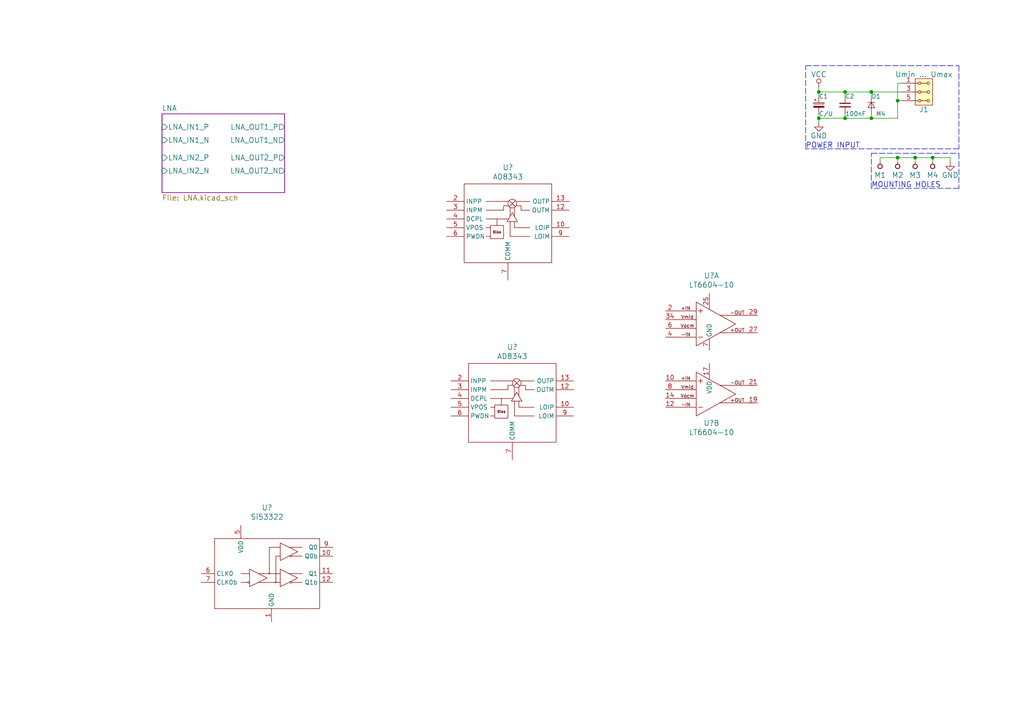
<source format=kicad_sch>
(kicad_sch (version 20200608) (host eeschema "5.99.0-unknown-8bd9b26~101~ubuntu18.04.1")
  (page 1 2)
  (paper "A4")
  (title_block (title "NAME") (date "%F") (rev "REV") (company "Mlab www.mlab.cz") (comment 1 "VERSION") (comment 2 "Short description \\nTwo lines are maximum") (comment 3 "nickname <email@example.com>") (comment 4 "BSD"))
  (lib_symbols
    (symbol "QFHMIX01A-rescue:AD8343-MLAB_IO"
      (property "Reference" "U" (at -11.43 11.43 0))
      (property "Value" "AD8343-MLAB_IO" (at 6.35 -10.16 0))
      (symbol "AD8343-MLAB_IO_0_1"
        (circle (center 1.27 4.445) (radius 1.27))
        (rectangle (start -12.7 10.16) (end 12.7 -12.7))
        (rectangle (start -5.08 -1.905) (end -1.27 -5.715))
        (polyline (pts (xy -6.35 -5.08) (xy -5.08 -5.08)))
        (polyline (pts (xy -6.35 -2.54) (xy -5.08 -2.54)))
        (polyline (pts (xy -6.35 0) (xy 0.127 0)))
        (polyline (pts (xy -6.35 2.54) (xy -1.27 2.54)))
        (polyline (pts (xy -6.35 5.08) (xy 0 5.08)))
        (polyline (pts (xy -3.175 -1.905) (xy -3.175 0)))
        (polyline (pts (xy 0.381 5.334) (xy 2.159 3.556)))
        (polyline (pts (xy 0.635 -5.08) (xy 0.635 -0.762)))
        (polyline (pts (xy 0.635 0.762) (xy 0.635 3.302)))
        (polyline (pts (xy 1.905 0.762) (xy 1.905 3.302)))
        (polyline (pts (xy 2.159 5.334) (xy 0.381 3.556)))
        (polyline (pts (xy 6.35 -5.08) (xy 0.635 -5.08)))
        (polyline (pts (xy 6.35 5.08) (xy 2.54 5.08)))
        (polyline (pts (xy -1.27 2.54) (xy -1.27 3.81) (xy 0 3.81)))
        (polyline (pts (xy 6.35 -2.54) (xy 1.905 -2.54) (xy 1.905 -0.762)))
        (polyline (pts (xy 6.35 2.54) (xy 3.81 2.54) (xy 3.81 3.81) (xy 2.54 3.81)))
        (polyline (pts (xy 1.27 1.778) (xy -0.254 -0.762) (xy 2.794 -0.762) (xy 2.159 0.254) (xy 1.27 1.778)))
      )
      (symbol "AD8343-MLAB_IO_0_0"
        (text "Bias" (at -3.175 -3.81 0) (effects (font (size 0.762 0.762))))
      )
      (symbol "AD8343-MLAB_IO_1_1"
        (pin input line (at 0 -17.78 90) (length 5.08) hide (name "COMM") (number "1"))
        (pin input line (at 17.78 -2.54 180) (length 5.08) (name "LOIP") (number "10"))
        (pin input line (at 0 -17.78 90) (length 5.08) hide (name "COMM") (number "11"))
        (pin input line (at 17.78 2.54 180) (length 5.08) (name "OUTM") (number "12"))
        (pin input line (at 17.78 5.08 180) (length 5.08) (name "OUTP") (number "13"))
        (pin input line (at 0 -17.78 90) (length 5.08) hide (name "COMM") (number "14"))
        (pin input line (at -17.78 5.08 0) (length 5.08) (name "INPP") (number "2"))
        (pin input line (at -17.78 2.54 0) (length 5.08) (name "INPM") (number "3"))
        (pin input line (at -17.78 0 0) (length 5.08) (name "DCPL") (number "4"))
        (pin input line (at -17.78 -2.54 0) (length 5.08) (name "VPOS") (number "5"))
        (pin input line (at -17.78 -5.08 0) (length 5.08) (name "PWDN") (number "6"))
        (pin input line (at 0 -17.78 90) (length 5.08) (name "COMM") (number "7"))
        (pin input line (at 0 -17.78 90) (length 5.08) hide (name "COMM") (number "8"))
        (pin input line (at 17.78 -5.08 180) (length 5.08) (name "LOIM") (number "9"))
      )
    )
    (symbol "QFHMIX01A-rescue:CP_Small-device" (pin_numbers hide) (pin_names (offset 0.254) hide)
      (property "Reference" "C" (at 0.254 1.778 0))
      (property "Value" "CP_Small-device" (at 0.254 -2.032 0))
      (symbol "CP_Small-device_0_1"
        (rectangle (start -1.524 0.6858) (end 1.524 0.3048))
        (rectangle (start -1.524 -0.3048) (end 1.524 -0.6858) (fill (type outline)))
        (polyline (pts (xy -1.27 1.524) (xy -0.762 1.524)))
        (polyline (pts (xy -1.016 1.27) (xy -1.016 1.778)))
      )
      (symbol "CP_Small-device_1_1"
        (pin passive line (at 0 2.54 270) (length 1.8542) (name "~") (number "1"))
        (pin passive line (at 0 -2.54 90) (length 1.8542) (name "~") (number "2"))
      )
    )
    (symbol "QFHMIX01A-rescue:C_Small-device" (pin_numbers hide) (pin_names (offset 0.254) hide)
      (property "Reference" "C" (at 0.254 1.778 0))
      (property "Value" "C_Small-device" (at 0.254 -2.032 0))
      (symbol "C_Small-device_0_1"
        (polyline (pts (xy -1.524 -0.508) (xy 1.524 -0.508)) (stroke (width 0.3302)))
        (polyline (pts (xy -1.524 0.508) (xy 1.524 0.508)) (stroke (width 0.3048)))
      )
      (symbol "C_Small-device_1_1"
        (pin passive line (at 0 2.54 270) (length 2.032) (name "~") (number "1"))
        (pin passive line (at 0 -2.54 90) (length 2.032) (name "~") (number "2"))
      )
    )
    (symbol "QFHMIX01A-rescue:D_Small-device" (pin_numbers hide) (pin_names (offset 0.254) hide)
      (property "Reference" "D" (at -1.27 2.032 0))
      (property "Value" "D_Small-device" (at -3.81 -2.032 0))
      (symbol "D_Small-device_0_1"
        (polyline (pts (xy -0.762 -1.016) (xy -0.762 1.016)))
        (polyline (pts (xy -0.762 0) (xy 0.762 0)))
        (polyline (pts (xy 0.762 -1.016) (xy -0.762 0) (xy 0.762 1.016) (xy 0.762 -1.016)))
      )
      (symbol "D_Small-device_1_1"
        (pin passive line (at -2.54 0 0) (length 1.778) (name "K") (number "1"))
        (pin passive line (at 2.54 0 180) (length 1.778) (name "A") (number "2"))
      )
    )
    (symbol "QFHMIX01A-rescue:GND-power1" (power) (pin_names (offset 0))
      (property "Value" "GND-power1" (at 0 -3.81 0))
      (symbol "GND-power1_0_1"
        (polyline (pts (xy 0 0) (xy 0 -1.27) (xy 1.27 -1.27) (xy 0 -2.54) (xy -1.27 -1.27) (xy 0 -1.27)))
      )
      (symbol "GND-power1_1_1"
        (pin power_in line (at 0 0 270) (length 0) hide (name "GND") (number "1"))
      )
    )
    (symbol "QFHMIX01A-rescue:HEADER_2x03_PARALLEL-QFHMIX01A-rescue"
      (property "Reference" "J" (at 0 -5.08 0))
      (property "Value" "HEADER_2x03_PARALLEL-QFHMIX01A-rescue" (at 0 5.08 0))
      (symbol "HEADER_2x03_PARALLEL-QFHMIX01A-rescue_0_1"
        (circle (center -1.27 -2.54) (radius 0.381))
        (circle (center -1.27 0) (radius 0.381))
        (circle (center -1.27 2.54) (radius 0.381))
        (circle (center 1.27 -2.54) (radius 0.381))
        (circle (center 1.27 0) (radius 0.381))
        (circle (center 1.27 2.54) (radius 0.381))
        (rectangle (start -2.54 3.81) (end 2.54 -3.81) (fill (type background)))
        (polyline (pts (xy -1.651 -2.54) (xy -2.54 -2.54)))
        (polyline (pts (xy -1.651 0) (xy -2.54 0)))
        (polyline (pts (xy -1.651 2.54) (xy -2.54 2.54)))
        (polyline (pts (xy -0.889 -2.54) (xy 0.889 -2.54)))
        (polyline (pts (xy -0.889 0) (xy 0.889 0)))
        (polyline (pts (xy -0.889 2.54) (xy 0.889 2.54)))
      )
      (symbol "HEADER_2x03_PARALLEL-QFHMIX01A-rescue_1_1"
        (pin input line (at -6.35 2.54 0) (length 3.81) (name "~") (number "1"))
        (pin input line (at -6.35 2.54 0) (length 3.81) hide (name "~") (number "2"))
        (pin input line (at -6.35 0 0) (length 3.81) (name "~") (number "3"))
        (pin input line (at -6.35 0 0) (length 3.81) hide (name "~") (number "4"))
        (pin input line (at -6.35 -2.54 0) (length 3.81) (name "~") (number "5"))
        (pin input line (at -6.35 -2.54 0) (length 3.81) hide (name "~") (number "6"))
      )
    )
    (symbol "QFHMIX01A-rescue:HOLE-QFHMIX01A-rescue" (pin_numbers hide) (pin_names hide)
      (property "Reference" "M" (at 0 2.54 0))
      (property "Value" "HOLE-QFHMIX01A-rescue" (at 0 -2.54 0))
      (symbol "HOLE-QFHMIX01A-rescue_0_1"
        (circle (center 0 0) (radius 0.635) (stroke (width 0.254)))
      )
      (symbol "HOLE-QFHMIX01A-rescue_1_1"
        (pin input line (at 1.27 0 180) (length 0.635) (name "~") (number "1"))
      )
    )
    (symbol "QFHMIX01A-rescue:LT6604-10-MLAB_IO"
      (property "Reference" "U" (at -10.16 16.51 0))
      (property "Value" "LT6604-10-MLAB_IO" (at 8.89 1.27 0))
      (symbol "LT6604-10-MLAB_IO_0_0"
        (text "+IN" (at -8.128 12.192 0) (effects (font (size 0.9906 0.9906))))
        (text "+OUT" (at 6.858 5.842 0) (effects (font (size 0.9906 0.9906))))
        (text "-IN" (at -8.128 4.572 0) (effects (font (size 0.9906 0.9906))))
        (text "-OUT" (at 6.858 10.922 0) (effects (font (size 0.9906 0.9906))))
        (text "Vmid" (at -7.62 9.652 0) (effects (font (size 0.9906 0.9906))))
        (text "Vocm" (at -7.62 7.112 0) (effects (font (size 0.9906 0.9906))))
        (polyline (pts (xy -10.16 3.81) (xy -11.43 3.81)))
        (polyline (pts (xy -10.16 3.81) (xy -5.08 3.81)))
        (polyline (pts (xy -10.16 6.35) (xy -11.43 6.35)))
        (polyline (pts (xy -10.16 6.35) (xy -5.08 6.35)))
        (polyline (pts (xy -10.16 8.89) (xy -11.43 8.89)))
        (polyline (pts (xy -10.16 8.89) (xy -5.08 8.89)))
        (polyline (pts (xy -10.16 11.43) (xy -11.43 11.43)))
        (polyline (pts (xy -10.16 11.43) (xy -5.08 11.43)))
        (polyline (pts (xy -4.445 3.81) (xy -3.175 3.81)))
        (polyline (pts (xy -4.445 11.43) (xy -3.175 11.43)))
        (polyline (pts (xy -3.81 12.065) (xy -3.81 10.795)))
        (polyline (pts (xy 2.54 5.08) (xy 1.778 5.08)))
        (polyline (pts (xy 2.54 10.16) (xy 1.778 10.16)))
        (polyline (pts (xy 7.62 5.08) (xy 2.54 5.08)))
        (polyline (pts (xy 7.62 5.08) (xy 11.43 5.08)))
        (polyline (pts (xy 7.62 10.16) (xy 2.54 10.16)))
        (polyline (pts (xy 7.62 10.16) (xy 11.43 10.16)))
      )
      (symbol "LT6604-10-MLAB_IO_0_1"
        (polyline (pts (xy -5.08 13.97) (xy -5.08 1.27) (xy 6.35 7.62) (xy -5.08 13.97)))
      )
      (symbol "LT6604-10-MLAB_IO_1_1"
        (pin input line (at -13.97 11.43 0) (length 2.54) (name "~") (number "2"))
        (pin power_in line (at -1.27 0 90) (length 2.54) hide (name "GND") (number "24"))
        (pin power_in line (at -1.27 16.51 270) (length 4.5212) (name "~") (number "25"))
        (pin output line (at 12.7 5.08 180) (length 2.54) (name "~") (number "27"))
        (pin output line (at 12.7 10.16 180) (length 2.54) (name "~") (number "29"))
        (pin power_in line (at -1.27 0 90) (length 2.54) hide (name "GND") (number "31"))
        (pin power_in line (at -1.27 0 90) (length 2.54) hide (name "GND") (number "32"))
        (pin power_in line (at -13.97 8.89 0) (length 2.54) (name "~") (number "34"))
        (pin input line (at -13.97 3.81 0) (length 2.54) (name "~") (number "4"))
        (pin power_in line (at -13.97 6.35 0) (length 2.54) (name "~") (number "6"))
        (pin power_in line (at -1.27 0 90) (length 3.2512) (name "GND") (number "7"))
      )
      (symbol "LT6604-10-MLAB_IO_2_1"
        (pin input line (at -13.97 11.43 0) (length 2.54) (name "~") (number "10"))
        (pin input line (at -13.97 3.81 0) (length 2.54) (name "~") (number "12"))
        (pin power_in line (at -13.97 6.35 0) (length 2.54) (name "~") (number "14"))
        (pin power_in line (at -1.27 16.51 270) (length 4.5466) (name "VDD") (number "17"))
        (pin output line (at 12.7 5.08 180) (length 2.54) (name "~") (number "19"))
        (pin output line (at 12.7 10.16 180) (length 2.54) (name "~") (number "21"))
        (pin power_in line (at -13.97 8.89 0) (length 2.54) (name "~") (number "8"))
      )
    )
    (symbol "QFHMIX01A-rescue:Si53322-MLAB_IO"
      (property "Reference" "U" (at -17.78 10.16 0))
      (property "Value" "Si53322-MLAB_IO" (at 7.62 -10.16 0))
      (symbol "Si53322-MLAB_IO_0_1"
        (circle (center -0.635 -2.54) (radius 0.127))
        (circle (center 1.27 -5.08) (radius 0.127))
        (circle (center -6.604 -5.08) (radius 0.254) (fill (type background)))
        (circle (center 5.588 -5.08) (radius 0.254) (fill (type background)))
        (circle (center 5.588 2.54) (radius 0.254) (fill (type background)))
        (rectangle (start -16.51 7.62) (end 13.97 -12.7))
        (polyline (pts (xy -8.89 -5.08) (xy -6.858 -5.08)))
        (polyline (pts (xy -8.89 -2.54) (xy -6.35 -2.54)))
        (polyline (pts (xy 2.54 -5.08) (xy -3.81 -5.08)))
        (polyline (pts (xy 6.35 -5.08) (xy 5.842 -5.08)))
        (polyline (pts (xy 6.35 -2.54) (xy 5.08 -2.54)))
        (polyline (pts (xy 6.35 2.54) (xy 5.842 2.54)))
        (polyline (pts (xy 6.35 5.08) (xy 5.08 5.08)))
        (polyline (pts (xy 8.89 -5.08) (xy 6.35 -5.08)))
        (polyline (pts (xy 8.89 -2.54) (xy 6.35 -2.54)))
        (polyline (pts (xy 8.89 2.54) (xy 6.35 2.54)))
        (polyline (pts (xy 8.89 5.08) (xy 6.35 5.08)))
        (polyline (pts (xy 2.54 -2.54) (xy 0 -2.54) (xy -3.81 -2.54)))
        (polyline (pts (xy 2.54 2.54) (xy 1.27 2.54) (xy 1.27 -5.08)))
        (polyline (pts (xy 2.54 5.08) (xy -0.635 5.08) (xy -0.635 -2.54)))
        (polyline (pts (xy -6.35 -1.27) (xy -6.35 -6.35) (xy -1.27 -3.81) (xy -6.35 -1.27)))
        (polyline (pts (xy 2.54 -1.27) (xy 2.54 -6.35) (xy 7.62 -3.81) (xy 2.54 -1.27)))
        (polyline (pts (xy 2.54 6.35) (xy 2.54 1.27) (xy 7.62 3.81) (xy 2.54 6.35)))
      )
      (symbol "Si53322-MLAB_IO_1_1"
        (pin input line (at 0 -16.51 90) (length 3.81) (name "GND") (number "1"))
        (pin input line (at 17.78 2.54 180) (length 3.81) (name "Q0b") (number "10"))
        (pin input line (at 17.78 -2.54 180) (length 3.81) (name "Q1") (number "11"))
        (pin input line (at 17.78 -5.08 180) (length 3.81) (name "Q1b") (number "12"))
        (pin input line (at -8.89 11.43 270) (length 3.81) (name "VDD") (number "5"))
        (pin input line (at -20.32 -2.54 0) (length 3.81) (name "CLK0") (number "6"))
        (pin input line (at -20.32 -5.08 0) (length 3.81) (name "CLK0b") (number "7"))
        (pin input line (at 17.78 5.08 180) (length 3.81) (name "Q0") (number "9"))
        (pin input line (at 0 -16.51 90) (length 3.81) hide (name "GND") (number "PAD"))
      )
    )
    (symbol "QFHMIX01A-rescue:VCC-power1" (power) (pin_names (offset 0))
      (property "Value" "VCC-power1" (at 0 3.81 0))
      (symbol "VCC-power1_0_1"
        (circle (center 0 1.905) (radius 0.635))
        (polyline (pts (xy 0 0) (xy 0 1.27)))
      )
      (symbol "VCC-power1_1_1"
        (pin power_in line (at 0 0 90) (length 0) hide (name "VCC") (number "1"))
      )
    )
  )
  (junction (at 237.49 26.67))
  (junction (at 237.49 34.29))
  (junction (at 245.11 26.67))
  (junction (at 245.11 34.29))
  (junction (at 252.73 26.67))
  (junction (at 252.73 34.29))
  (junction (at 260.35 29.21))
  (junction (at 260.35 45.72))
  (junction (at 265.43 45.72))
  (junction (at 270.51 45.72))
  (wire (pts (xy 237.49 25.4) (xy 237.49 26.67)))
  (wire (pts (xy 237.49 26.67) (xy 237.49 27.94)))
  (wire (pts (xy 237.49 33.02) (xy 237.49 34.29)))
  (wire (pts (xy 237.49 34.29) (xy 237.49 35.56)))
  (wire (pts (xy 245.11 26.67) (xy 237.49 26.67)))
  (wire (pts (xy 245.11 27.94) (xy 245.11 26.67)))
  (wire (pts (xy 245.11 33.02) (xy 245.11 34.29)))
  (wire (pts (xy 245.11 34.29) (xy 237.49 34.29)))
  (wire (pts (xy 252.73 26.67) (xy 245.11 26.67)))
  (wire (pts (xy 252.73 27.94) (xy 252.73 26.67)))
  (wire (pts (xy 252.73 33.02) (xy 252.73 34.29)))
  (wire (pts (xy 252.73 34.29) (xy 245.11 34.29)))
  (wire (pts (xy 255.27 45.72) (xy 255.27 46.99)))
  (wire (pts (xy 260.35 24.13) (xy 260.35 29.21)))
  (wire (pts (xy 260.35 29.21) (xy 260.35 34.29)))
  (wire (pts (xy 260.35 34.29) (xy 252.73 34.29)))
  (wire (pts (xy 260.35 45.72) (xy 255.27 45.72)))
  (wire (pts (xy 260.35 46.99) (xy 260.35 45.72)))
  (wire (pts (xy 261.62 24.13) (xy 260.35 24.13)))
  (wire (pts (xy 261.62 26.67) (xy 252.73 26.67)))
  (wire (pts (xy 261.62 29.21) (xy 260.35 29.21)))
  (wire (pts (xy 265.43 45.72) (xy 260.35 45.72)))
  (wire (pts (xy 265.43 46.99) (xy 265.43 45.72)))
  (wire (pts (xy 270.51 45.72) (xy 265.43 45.72)))
  (wire (pts (xy 270.51 46.99) (xy 270.51 45.72)))
  (wire (pts (xy 275.59 45.72) (xy 270.51 45.72)))
  (wire (pts (xy 275.59 46.99) (xy 275.59 45.72)))
  (polyline (pts (xy 233.68 19.05) (xy 278.13 19.05)) (stroke (width 0) (type dash)))
  (polyline (pts (xy 233.68 43.18) (xy 233.68 19.05)) (stroke (width 0) (type dash)))
  (polyline (pts (xy 252.73 44.45) (xy 278.13 44.45)) (stroke (width 0) (type dash)))
  (polyline (pts (xy 252.73 54.61) (xy 252.73 44.45)) (stroke (width 0) (type dash)))
  (polyline (pts (xy 278.13 19.05) (xy 278.13 43.18)) (stroke (width 0) (type dash)))
  (polyline (pts (xy 278.13 43.18) (xy 233.68 43.18)) (stroke (width 0) (type dash)))
  (polyline (pts (xy 278.13 44.45) (xy 278.13 54.61)) (stroke (width 0) (type dash)))
  (polyline (pts (xy 278.13 54.61) (xy 252.73 54.61)) (stroke (width 0) (type dash)))
  (text "POWER INPUT" (at 233.68 43.18 0) (effects (font (size 1.524 1.524)) (justify left bottom)))
  (text "MOUNTING HOLES" (at 252.73 54.61 0) (effects (font (size 1.524 1.524)) (justify left bottom)))
  (symbol (lib_id "QFHMIX01A-rescue:HOLE-QFHMIX01A-rescue") (at 255.27 48.26 90) (unit 1)
    (property "Reference" "M1" (at 255.27 50.8 90) (effects (font (size 1.524 1.524))))
    (property "Value" "HOLE" (effects hide))
  )
  (symbol (lib_id "QFHMIX01A-rescue:HOLE-QFHMIX01A-rescue") (at 260.35 48.26 90) (unit 1)
    (property "Reference" "M2" (at 260.35 50.8 90) (effects (font (size 1.524 1.524))))
    (property "Value" "HOLE" (effects hide))
  )
  (symbol (lib_id "QFHMIX01A-rescue:HOLE-QFHMIX01A-rescue") (at 265.43 48.26 90) (unit 1)
    (property "Reference" "M3" (at 265.43 50.8 90) (effects (font (size 1.524 1.524))))
    (property "Value" "HOLE" (effects hide))
  )
  (symbol (lib_id "QFHMIX01A-rescue:HOLE-QFHMIX01A-rescue") (at 270.51 48.26 90) (unit 1)
    (property "Reference" "M4" (at 270.51 50.8 90) (effects (font (size 1.524 1.524))))
    (property "Value" "HOLE" (effects hide))
  )
  (symbol (lib_id "QFHMIX01A-rescue:VCC-power1") (at 237.49 25.4 0) (unit 1)
    (property "Reference" "#PWR1" (effects hide))
    (property "Value" "VCC" (at 237.49 21.59 0) (effects (font (size 1.524 1.524))))
  )
  (symbol (lib_id "QFHMIX01A-rescue:GND-power1") (at 237.49 35.56 0) (unit 1)
    (property "Reference" "#PWR2" (effects hide))
    (property "Value" "GND" (at 237.49 39.37 0) (effects (font (size 1.524 1.524))))
  )
  (symbol (lib_id "QFHMIX01A-rescue:GND-power1") (at 275.59 46.99 0) (unit 1)
    (property "Reference" "#PWR3" (effects hide))
    (property "Value" "GND" (at 275.59 50.8 0) (effects (font (size 1.524 1.524))))
  )
  (symbol (lib_id "QFHMIX01A-rescue:D_Small-device") (at 252.73 30.48 90) (mirror x) (unit 1)
    (property "Reference" "D1" (at 252.73 27.94 90) (effects (justify right)))
    (property "Value" "M4" (at 254 33.02 90) (effects (justify right)))
  )
  (symbol (lib_id "QFHMIX01A-rescue:CP_Small-device") (at 237.49 30.48 0) (unit 1)
    (property "Reference" "C1" (at 237.49 27.94 0) (effects (justify left)))
    (property "Value" "C/U" (at 237.49 33.02 0) (effects (justify left)))
  )
  (symbol (lib_id "QFHMIX01A-rescue:C_Small-device") (at 245.11 30.48 0) (unit 1)
    (property "Reference" "C2" (at 245.11 27.94 0) (effects (justify left)))
    (property "Value" "100nF" (at 245.11 33.02 0) (effects (justify left)))
  )
  (symbol (lib_id "QFHMIX01A-rescue:HEADER_2x03_PARALLEL-QFHMIX01A-rescue") (at 267.97 26.67 0) (unit 1)
    (property "Reference" "J1" (at 267.97 31.75 0) (effects (font (size 1.524 1.524))))
    (property "Value" "Umin ... Umax" (at 267.97 21.59 0) (effects (font (size 1.524 1.524))))
  )
  (symbol (lib_id "QFHMIX01A-rescue:LT6604-10-MLAB_IO") (at 207.01 121.92 0) (unit 2)
    (property "Reference" "U?" (at 206.375 122.7074 0) (effects (font (size 1.524 1.524))))
    (property "Value" "LT6604-10" (at 206.375 125.3998 0) (effects (font (size 1.524 1.524))))
  )
  (symbol (lib_id "QFHMIX01A-rescue:LT6604-10-MLAB_IO") (at 207.01 101.6 0) (unit 1)
    (property "Reference" "U?" (at 206.375 79.9338 0) (effects (font (size 1.524 1.524))))
    (property "Value" "LT6604-10" (at 206.375 82.6262 0) (effects (font (size 1.524 1.524))))
    (property "UST_ID" "5c70984712875079b91f8b83" (effects hide))
  )
  (symbol (lib_id "QFHMIX01A-rescue:AD8343-MLAB_IO") (at 147.32 63.5 0) (unit 1)
    (property "Reference" "U?" (at 147.32 48.5902 0) (effects (font (size 1.524 1.524))))
    (property "Value" "AD8343" (at 147.32 51.2826 0) (effects (font (size 1.524 1.524))))
    (property "UST_ID" "5c70984612875079b91f89f7" (effects hide))
  )
  (symbol (lib_id "QFHMIX01A-rescue:AD8343-MLAB_IO") (at 148.59 115.57 0) (unit 1)
    (property "Reference" "U?" (at 148.59 100.6602 0) (effects (font (size 1.524 1.524))))
    (property "Value" "AD8343" (at 148.59 103.3526 0) (effects (font (size 1.524 1.524))))
    (property "UST_ID" "5c70984612875079b91f89f7" (effects hide))
  )
  (symbol (lib_id "QFHMIX01A-rescue:Si53322-MLAB_IO") (at 78.74 163.83 0) (unit 1)
    (property "Reference" "U?" (at 77.47 147.2438 0) (effects (font (size 1.524 1.524))))
    (property "Value" "Si53322" (at 77.47 149.9362 0) (effects (font (size 1.524 1.524))))
    (property "UST_ID" "5c70984712875079b91f8b82" (effects hide))
  )
  (sheet (at 46.99 33.02) (size 35.56 22.86) (stroke (width 0) (color 132 0 132 1)) (fill (color 255 255 255 0.0000))
    (property "Sheet name" "LNA" (at 46.99 32.2575 0) (effects (font (size 1.524 1.524)) (justify left bottom)))
    (property "Sheet file" "LNA.kicad_sch" (at 46.99 56.4901 0) (effects (font (size 1.524 1.524)) (justify left top)))
    (pin "LNA_IN1_P" input (at 46.99 36.83 180) (effects (font (size 1.524 1.524))))
    (pin "LNA_IN1_N" input (at 46.99 40.64 180) (effects (font (size 1.524 1.524))))
    (pin "LNA_IN2_P" input (at 46.99 45.72 180) (effects (font (size 1.524 1.524))))
    (pin "LNA_IN2_N" input (at 46.99 49.53 180) (effects (font (size 1.524 1.524))))
    (pin "LNA_OUT1_P" output (at 82.55 36.83 0) (effects (font (size 1.524 1.524))))
    (pin "LNA_OUT1_N" output (at 82.55 40.64 0) (effects (font (size 1.524 1.524))))
    (pin "LNA_OUT2_P" output (at 82.55 45.72 0) (effects (font (size 1.524 1.524))))
    (pin "LNA_OUT2_N" output (at 82.55 49.53 0) (effects (font (size 1.524 1.524))))
  )
)
</source>
